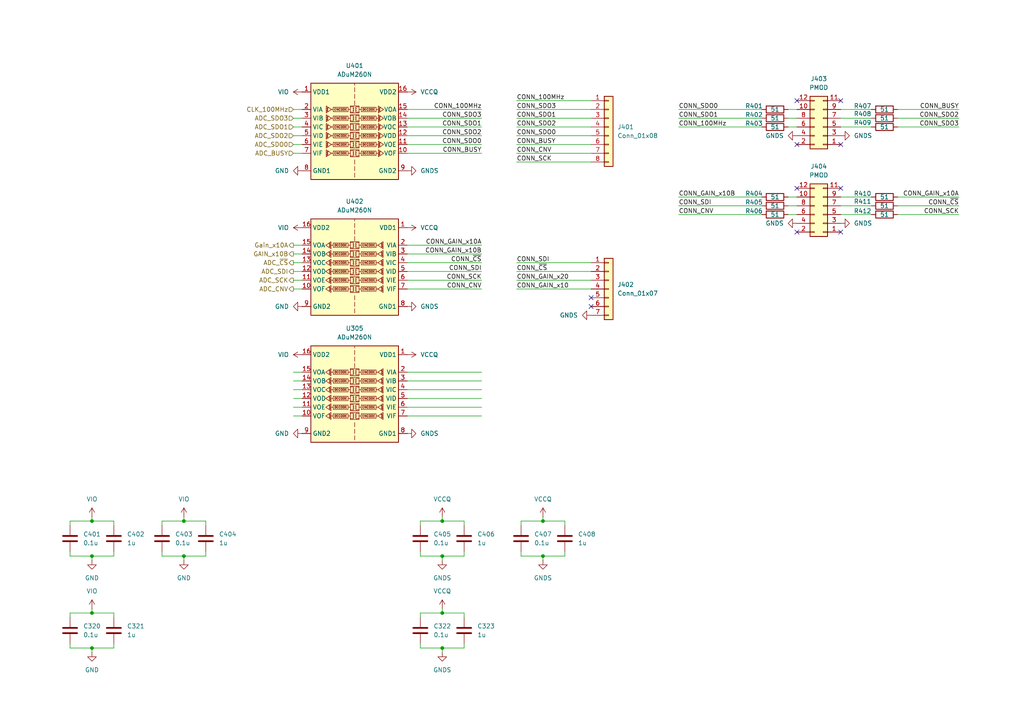
<source format=kicad_sch>
(kicad_sch (version 20231120) (generator "eeschema") (generator_version "8.0")
  (paper "A4")
  (lib_symbols
    (symbol "AD4030:VIO" (power) (pin_numbers hide) (pin_names (offset 0) hide)
      (property "Value" "VIO" (at 0 3.556 0))
      (symbol "VIO_0_1"
        (polyline (pts (xy -0.762 1.27) (xy 0 2.54)))
        (polyline (pts (xy 0 0) (xy 0 2.54)))
        (polyline (pts (xy 0 2.54) (xy 0.762 1.27)))
      )
      (symbol "VIO_1_1"
        (pin power_in line (at 0 0 90) (length 0) (name "~") (number "1"))
      )
    )
    (symbol "Connector_Generic:Conn_01x07" (pin_names (offset 1.016) hide)
      (property "Reference" "J" (at 0 10.16 0))
      (property "Value" "Conn_01x07" (at 0 -10.16 0))
      (symbol "Conn_01x07_1_1"
        (rectangle (start -1.27 -7.493) (end 0 -7.747) (stroke (width 0.1524)))
        (rectangle (start -1.27 -4.953) (end 0 -5.207) (stroke (width 0.1524)))
        (rectangle (start -1.27 -2.413) (end 0 -2.667) (stroke (width 0.1524)))
        (rectangle (start -1.27 0.127) (end 0 -0.127) (stroke (width 0.1524)))
        (rectangle (start -1.27 2.667) (end 0 2.413) (stroke (width 0.1524)))
        (rectangle (start -1.27 5.207) (end 0 4.953) (stroke (width 0.1524)))
        (rectangle (start -1.27 7.747) (end 0 7.493) (stroke (width 0.1524)))
        (rectangle (start -1.27 8.89) (end 1.27 -8.89) (stroke (width 0.254)) (fill (type background)))
        (pin passive line (at -5.08 7.62 0) (length 3.81) (name "Pin_1") (number "1"))
        (pin passive line (at -5.08 5.08 0) (length 3.81) (name "Pin_2") (number "2"))
        (pin passive line (at -5.08 2.54 0) (length 3.81) (name "Pin_3") (number "3"))
        (pin passive line (at -5.08 0 0) (length 3.81) (name "Pin_4") (number "4"))
        (pin passive line (at -5.08 -2.54 0) (length 3.81) (name "Pin_5") (number "5"))
        (pin passive line (at -5.08 -5.08 0) (length 3.81) (name "Pin_6") (number "6"))
        (pin passive line (at -5.08 -7.62 0) (length 3.81) (name "Pin_7") (number "7"))
      )
    )
    (symbol "Connector_Generic:Conn_01x08" (pin_names (offset 1.016) hide)
      (property "Reference" "J" (at 0 10.16 0))
      (property "Value" "Conn_01x08" (at 0 -12.7 0))
      (symbol "Conn_01x08_1_1"
        (rectangle (start -1.27 -10.033) (end 0 -10.287) (stroke (width 0.1524)))
        (rectangle (start -1.27 -7.493) (end 0 -7.747) (stroke (width 0.1524)))
        (rectangle (start -1.27 -4.953) (end 0 -5.207) (stroke (width 0.1524)))
        (rectangle (start -1.27 -2.413) (end 0 -2.667) (stroke (width 0.1524)))
        (rectangle (start -1.27 0.127) (end 0 -0.127) (stroke (width 0.1524)))
        (rectangle (start -1.27 2.667) (end 0 2.413) (stroke (width 0.1524)))
        (rectangle (start -1.27 5.207) (end 0 4.953) (stroke (width 0.1524)))
        (rectangle (start -1.27 7.747) (end 0 7.493) (stroke (width 0.1524)))
        (rectangle (start -1.27 8.89) (end 1.27 -11.43) (stroke (width 0.254)) (fill (type background)))
        (pin passive line (at -5.08 7.62 0) (length 3.81) (name "Pin_1") (number "1"))
        (pin passive line (at -5.08 5.08 0) (length 3.81) (name "Pin_2") (number "2"))
        (pin passive line (at -5.08 2.54 0) (length 3.81) (name "Pin_3") (number "3"))
        (pin passive line (at -5.08 0 0) (length 3.81) (name "Pin_4") (number "4"))
        (pin passive line (at -5.08 -2.54 0) (length 3.81) (name "Pin_5") (number "5"))
        (pin passive line (at -5.08 -5.08 0) (length 3.81) (name "Pin_6") (number "6"))
        (pin passive line (at -5.08 -7.62 0) (length 3.81) (name "Pin_7") (number "7"))
        (pin passive line (at -5.08 -10.16 0) (length 3.81) (name "Pin_8") (number "8"))
      )
    )
    (symbol "Connector_Generic:Conn_02x06_Odd_Even" (pin_names (offset 1.016) hide)
      (property "Reference" "J" (at 1.27 7.62 0))
      (property "Value" "Conn_02x06_Odd_Even" (at 1.27 -10.16 0))
      (symbol "Conn_02x06_Odd_Even_1_1"
        (rectangle (start -1.27 -7.493) (end 0 -7.747) (stroke (width 0.1524)))
        (rectangle (start -1.27 -4.953) (end 0 -5.207) (stroke (width 0.1524)))
        (rectangle (start -1.27 -2.413) (end 0 -2.667) (stroke (width 0.1524)))
        (rectangle (start -1.27 0.127) (end 0 -0.127) (stroke (width 0.1524)))
        (rectangle (start -1.27 2.667) (end 0 2.413) (stroke (width 0.1524)))
        (rectangle (start -1.27 5.207) (end 0 4.953) (stroke (width 0.1524)))
        (rectangle (start -1.27 6.35) (end 3.81 -8.89) (stroke (width 0.254)) (fill (type background)))
        (rectangle (start 3.81 -7.493) (end 2.54 -7.747) (stroke (width 0.1524)))
        (rectangle (start 3.81 -4.953) (end 2.54 -5.207) (stroke (width 0.1524)))
        (rectangle (start 3.81 -2.413) (end 2.54 -2.667) (stroke (width 0.1524)))
        (rectangle (start 3.81 0.127) (end 2.54 -0.127) (stroke (width 0.1524)))
        (rectangle (start 3.81 2.667) (end 2.54 2.413) (stroke (width 0.1524)))
        (rectangle (start 3.81 5.207) (end 2.54 4.953) (stroke (width 0.1524)))
        (pin passive line (at -5.08 5.08 0) (length 3.81) (name "Pin_1") (number "1"))
        (pin passive line (at 7.62 -5.08 180) (length 3.81) (name "Pin_10") (number "10"))
        (pin passive line (at -5.08 -7.62 0) (length 3.81) (name "Pin_11") (number "11"))
        (pin passive line (at 7.62 -7.62 180) (length 3.81) (name "Pin_12") (number "12"))
        (pin passive line (at 7.62 5.08 180) (length 3.81) (name "Pin_2") (number "2"))
        (pin passive line (at -5.08 2.54 0) (length 3.81) (name "Pin_3") (number "3"))
        (pin passive line (at 7.62 2.54 180) (length 3.81) (name "Pin_4") (number "4"))
        (pin passive line (at -5.08 0 0) (length 3.81) (name "Pin_5") (number "5"))
        (pin passive line (at 7.62 0 180) (length 3.81) (name "Pin_6") (number "6"))
        (pin passive line (at -5.08 -2.54 0) (length 3.81) (name "Pin_7") (number "7"))
        (pin passive line (at 7.62 -2.54 180) (length 3.81) (name "Pin_8") (number "8"))
        (pin passive line (at -5.08 -5.08 0) (length 3.81) (name "Pin_9") (number "9"))
      )
    )
    (symbol "Device:C" (pin_numbers hide) (pin_names (offset 0.254))
      (property "Reference" "C" (at 0.635 2.54 0))
      (property "Value" "C" (at 0.635 -2.54 0))
      (symbol "C_0_1"
        (polyline (pts (xy -2.032 -0.762) (xy 2.032 -0.762)) (stroke (width 0.508)))
        (polyline (pts (xy -2.032 0.762) (xy 2.032 0.762)) (stroke (width 0.508)))
      )
      (symbol "C_1_1"
        (pin passive line (at 0 3.81 270) (length 2.794) (name "~") (number "1"))
        (pin passive line (at 0 -3.81 90) (length 2.794) (name "~") (number "2"))
      )
    )
    (symbol "Device:R" (pin_numbers hide) (pin_names (offset 0))
      (property "Reference" "R" (at 2.032 0 90))
      (property "Value" "R" (at 0 0 90))
      (symbol "R_0_1"
        (rectangle (start -1.016 -2.54) (end 1.016 2.54) (stroke (width 0.254)))
      )
      (symbol "R_1_1"
        (pin passive line (at 0 3.81 270) (length 1.27) (name "~") (number "1"))
        (pin passive line (at 0 -3.81 90) (length 1.27) (name "~") (number "2"))
      )
    )
    (symbol "Isolator:ADuM260N"
      (property "Reference" "U" (at -11.43 16.51 0))
      (property "Value" "ADuM260N" (at 7.62 16.51 0))
      (symbol "ADuM260N_0_1"
        (polyline (pts (xy -8.001 8.128) (xy -7.62 8.128)))
        (polyline (pts (xy -8.0518 7.112) (xy -7.7978 7.112) (xy -7.7978 8.128)))
        (polyline (pts (xy -8.001 8.128) (xy -8.001 7.112) (xy -8.128 7.112)))
        (polyline (pts (xy -6.731 7.62) (xy -8.255 8.636) (xy -8.255 6.604) (xy -6.731 7.62)))
      )
      (symbol "ADuM260N_1_0"
        (rectangle (start -1.27 -4.064) (end 1.27 -6.096))
        (rectangle (start -1.27 -1.524) (end 1.27 -3.556))
        (rectangle (start -1.27 1.016) (end 1.27 -1.016))
        (rectangle (start -1.27 3.556) (end 1.27 1.524))
        (rectangle (start -1.27 6.096) (end 1.27 4.064))
        (rectangle (start -1.27 8.636) (end 1.27 6.604))
        (arc (start -0.508 -5.842) (mid -0.2551 -5.588) (end -0.508 -5.334))
        (arc (start -0.508 -5.334) (mid -0.2551 -5.08) (end -0.508 -4.826))
        (arc (start -0.508 -4.826) (mid -0.2551 -4.572) (end -0.508 -4.318))
        (arc (start -0.508 -3.302) (mid -0.2551 -3.048) (end -0.508 -2.794))
        (arc (start -0.508 -2.794) (mid -0.2551 -2.54) (end -0.508 -2.286))
        (arc (start -0.508 -2.286) (mid -0.2551 -2.032) (end -0.508 -1.778))
        (arc (start -0.508 -0.762) (mid -0.2551 -0.508) (end -0.508 -0.254))
        (arc (start -0.508 -0.254) (mid -0.2551 0) (end -0.508 0.254))
        (arc (start -0.508 0.254) (mid -0.2551 0.508) (end -0.508 0.762))
        (arc (start -0.508 1.778) (mid -0.2551 2.032) (end -0.508 2.286))
        (arc (start -0.508 2.286) (mid -0.2551 2.54) (end -0.508 2.794))
        (arc (start -0.508 2.794) (mid -0.2551 3.048) (end -0.508 3.302))
        (arc (start -0.508 4.318) (mid -0.2551 4.572) (end -0.508 4.826))
        (arc (start -0.508 4.826) (mid -0.2551 5.08) (end -0.508 5.334))
        (arc (start -0.508 5.334) (mid -0.2551 5.588) (end -0.508 5.842))
        (arc (start -0.508 6.858) (mid -0.2551 7.112) (end -0.508 7.366))
        (arc (start -0.508 7.366) (mid -0.2551 7.62) (end -0.508 7.874))
        (arc (start -0.508 7.874) (mid -0.2551 8.128) (end -0.508 8.382))
        (polyline (pts (xy -6.223 -5.08) (xy -6.858 -5.08)))
        (polyline (pts (xy -6.223 -2.54) (xy -6.858 -2.54)))
        (polyline (pts (xy -6.223 0) (xy -6.858 0)))
        (polyline (pts (xy -6.223 2.54) (xy -6.858 2.54)))
        (polyline (pts (xy -6.223 5.08) (xy -6.858 5.08)))
        (polyline (pts (xy -6.223 7.62) (xy -6.858 7.62)))
        (polyline (pts (xy -1.905 -5.08) (xy -1.27 -5.08)))
        (polyline (pts (xy -1.905 -2.54) (xy -1.27 -2.54)))
        (polyline (pts (xy -1.905 0) (xy -1.27 0)))
        (polyline (pts (xy -1.905 2.54) (xy -1.27 2.54)))
        (polyline (pts (xy -1.905 5.08) (xy -1.27 5.08)))
        (polyline (pts (xy -1.905 7.62) (xy -1.27 7.62)))
        (polyline (pts (xy -1.27 -5.842) (xy -0.508 -5.842)))
        (polyline (pts (xy -1.27 -4.318) (xy -0.508 -4.318)))
        (polyline (pts (xy -1.27 -3.302) (xy -0.508 -3.302)))
        (polyline (pts (xy -1.27 -1.778) (xy -0.508 -1.778)))
        (polyline (pts (xy -1.27 -0.762) (xy -0.508 -0.762)))
        (polyline (pts (xy -1.27 0.762) (xy -0.508 0.762)))
        (polyline (pts (xy -1.27 1.778) (xy -0.508 1.778)))
        (polyline (pts (xy -1.27 3.302) (xy -0.508 3.302)))
        (polyline (pts (xy -1.27 4.318) (xy -0.508 4.318)))
        (polyline (pts (xy -1.27 5.842) (xy -0.508 5.842)))
        (polyline (pts (xy -1.27 6.858) (xy -0.508 6.858)))
        (polyline (pts (xy -1.27 8.382) (xy -0.508 8.382)))
        (polyline (pts (xy 0 -10.795) (xy 0 -12.065)))
        (polyline (pts (xy 0 -8.89) (xy 0 -10.16)))
        (polyline (pts (xy 0 -6.985) (xy 0 -8.255)))
        (polyline (pts (xy 0 8.89) (xy 0 10.16)))
        (polyline (pts (xy 0 12.065) (xy 0 10.795)))
        (polyline (pts (xy 0 13.97) (xy 0 12.7)))
        (polyline (pts (xy 0 14.605) (xy 0 15.24)))
        (polyline (pts (xy 1.27 -5.842) (xy 0.508 -5.842)))
        (polyline (pts (xy 1.27 -4.318) (xy 0.508 -4.318)))
        (polyline (pts (xy 1.27 -3.302) (xy 0.508 -3.302)))
        (polyline (pts (xy 1.27 -1.778) (xy 0.508 -1.778)))
        (polyline (pts (xy 1.27 -0.762) (xy 0.508 -0.762)))
        (polyline (pts (xy 1.27 0.762) (xy 0.508 0.762)))
        (polyline (pts (xy 1.27 1.778) (xy 0.508 1.778)))
        (polyline (pts (xy 1.27 3.302) (xy 0.508 3.302)))
        (polyline (pts (xy 1.27 4.318) (xy 0.508 4.318)))
        (polyline (pts (xy 1.27 5.842) (xy 0.508 5.842)))
        (polyline (pts (xy 1.27 6.858) (xy 0.508 6.858)))
        (polyline (pts (xy 1.27 8.382) (xy 0.508 8.382)))
        (polyline (pts (xy 1.905 -5.08) (xy 1.27 -5.08)))
        (polyline (pts (xy 1.905 -2.54) (xy 1.27 -2.54)))
        (polyline (pts (xy 1.905 0) (xy 1.27 0)))
        (polyline (pts (xy 1.905 2.54) (xy 1.27 2.54)))
        (polyline (pts (xy 1.905 5.08) (xy 1.27 5.08)))
        (polyline (pts (xy 1.905 7.62) (xy 1.27 7.62)))
        (polyline (pts (xy 6.223 -5.08) (xy 6.858 -5.08)))
        (polyline (pts (xy 6.223 -2.54) (xy 6.858 -2.54)))
        (polyline (pts (xy 6.223 0) (xy 6.858 0)))
        (polyline (pts (xy 6.223 2.54) (xy 6.858 2.54)))
        (polyline (pts (xy 6.223 5.08) (xy 6.858 5.08)))
        (polyline (pts (xy 6.223 7.62) (xy 6.858 7.62)))
        (arc (start 0.508 -5.334) (mid 0.2551 -5.588) (end 0.508 -5.842))
        (arc (start 0.508 -4.826) (mid 0.2551 -5.08) (end 0.508 -5.334))
        (arc (start 0.508 -4.318) (mid 0.2551 -4.572) (end 0.508 -4.826))
        (arc (start 0.508 -2.794) (mid 0.2551 -3.048) (end 0.508 -3.302))
        (arc (start 0.508 -2.286) (mid 0.2551 -2.54) (end 0.508 -2.794))
        (arc (start 0.508 -1.778) (mid 0.2551 -2.032) (end 0.508 -2.286))
        (arc (start 0.508 -0.254) (mid 0.2551 -0.508) (end 0.508 -0.762))
        (arc (start 0.508 0.254) (mid 0.2551 0) (end 0.508 -0.254))
        (arc (start 0.508 0.762) (mid 0.2551 0.508) (end 0.508 0.254))
        (arc (start 0.508 2.286) (mid 0.2551 2.032) (end 0.508 1.778))
        (arc (start 0.508 2.794) (mid 0.2551 2.54) (end 0.508 2.286))
        (arc (start 0.508 3.302) (mid 0.2551 3.048) (end 0.508 2.794))
        (arc (start 0.508 4.826) (mid 0.2551 4.572) (end 0.508 4.318))
        (arc (start 0.508 5.334) (mid 0.2551 5.08) (end 0.508 4.826))
        (arc (start 0.508 5.842) (mid 0.2551 5.588) (end 0.508 5.334))
        (arc (start 0.508 7.366) (mid 0.2551 7.112) (end 0.508 6.858))
        (arc (start 0.508 7.874) (mid 0.2551 7.62) (end 0.508 7.366))
        (arc (start 0.508 8.382) (mid 0.2551 8.128) (end 0.508 7.874))
        (rectangle (start 1.905 -4.445) (end 6.223 -5.715))
        (rectangle (start 1.905 -1.905) (end 6.223 -3.175))
        (rectangle (start 1.905 0.635) (end 6.223 -0.635))
        (rectangle (start 1.905 3.175) (end 6.223 1.905))
        (rectangle (start 1.905 5.715) (end 6.223 4.445))
        (rectangle (start 1.905 8.255) (end 6.223 6.985))
        (text "DECODE" (at 4.064 -5.08 0) (effects (font (size 0.635 0.635))))
        (text "DECODE" (at 4.064 -2.54 0) (effects (font (size 0.635 0.635))))
        (text "DECODE" (at 4.064 0 0) (effects (font (size 0.635 0.635))))
        (text "DECODE" (at 4.064 2.54 0) (effects (font (size 0.635 0.635))))
        (text "DECODE" (at 4.064 5.08 0) (effects (font (size 0.635 0.635))))
        (text "DECODE" (at 4.064 7.62 0) (effects (font (size 0.635 0.635))))
        (text "ENCODE" (at -4.064 -5.08 0) (effects (font (size 0.635 0.635))))
        (text "ENCODE" (at -4.064 -2.54 0) (effects (font (size 0.635 0.635))))
        (text "ENCODE" (at -4.064 0 0) (effects (font (size 0.635 0.635))))
        (text "ENCODE" (at -4.064 2.54 0) (effects (font (size 0.635 0.635))))
        (text "ENCODE" (at -4.064 5.08 0) (effects (font (size 0.635 0.635))))
        (text "ENCODE" (at -4.064 7.62 0) (effects (font (size 0.635 0.635))))
      )
      (symbol "ADuM260N_1_1"
        (rectangle (start -12.7 15.24) (end 12.7 -12.7) (stroke (width 0.254)) (fill (type background)))
        (rectangle (start -1.905 -4.445) (end -6.223 -5.715))
        (rectangle (start -1.905 -1.905) (end -6.223 -3.175))
        (rectangle (start -1.905 0.635) (end -6.223 -0.635))
        (rectangle (start -1.905 3.175) (end -6.223 1.905))
        (rectangle (start -1.905 5.715) (end -6.223 4.445))
        (rectangle (start -1.905 8.255) (end -6.223 6.985))
        (polyline (pts (xy -8.001 -4.572) (xy -7.62 -4.572)))
        (polyline (pts (xy -8.001 -2.032) (xy -7.62 -2.032)))
        (polyline (pts (xy -8.001 0.508) (xy -7.62 0.508)))
        (polyline (pts (xy -8.001 3.048) (xy -7.62 3.048)))
        (polyline (pts (xy -8.001 5.588) (xy -7.62 5.588)))
        (polyline (pts (xy 7.112 -4.572) (xy 7.493 -4.572)))
        (polyline (pts (xy 7.112 -2.032) (xy 7.493 -2.032)))
        (polyline (pts (xy 7.112 0.508) (xy 7.493 0.508)))
        (polyline (pts (xy 7.112 3.048) (xy 7.493 3.048)))
        (polyline (pts (xy 7.112 5.588) (xy 7.493 5.588)))
        (polyline (pts (xy 7.112 8.128) (xy 7.493 8.128)))
        (polyline (pts (xy -8.0518 -5.588) (xy -7.7978 -5.588) (xy -7.7978 -4.572)))
        (polyline (pts (xy -8.0518 -3.048) (xy -7.7978 -3.048) (xy -7.7978 -2.032)))
        (polyline (pts (xy -8.0518 -0.508) (xy -7.7978 -0.508) (xy -7.7978 0.508)))
        (polyline (pts (xy -8.0518 2.032) (xy -7.7978 2.032) (xy -7.7978 3.048)))
        (polyline (pts (xy -8.0518 4.572) (xy -7.7978 4.572) (xy -7.7978 5.588)))
        (polyline (pts (xy -8.001 -4.572) (xy -8.001 -5.588) (xy -8.128 -5.588)))
        (polyline (pts (xy -8.001 -2.032) (xy -8.001 -3.048) (xy -8.128 -3.048)))
        (polyline (pts (xy -8.001 0.508) (xy -8.001 -0.508) (xy -8.128 -0.508)))
        (polyline (pts (xy -8.001 3.048) (xy -8.001 2.032) (xy -8.128 2.032)))
        (polyline (pts (xy -8.001 5.588) (xy -8.001 4.572) (xy -8.128 4.572)))
        (polyline (pts (xy 7.0612 -5.588) (xy 7.3152 -5.588) (xy 7.3152 -4.572)))
        (polyline (pts (xy 7.0612 -3.048) (xy 7.3152 -3.048) (xy 7.3152 -2.032)))
        (polyline (pts (xy 7.0612 -0.508) (xy 7.3152 -0.508) (xy 7.3152 0.508)))
        (polyline (pts (xy 7.0612 2.032) (xy 7.3152 2.032) (xy 7.3152 3.048)))
        (polyline (pts (xy 7.0612 4.572) (xy 7.3152 4.572) (xy 7.3152 5.588)))
        (polyline (pts (xy 7.0612 7.112) (xy 7.3152 7.112) (xy 7.3152 8.128)))
        (polyline (pts (xy 7.112 -4.572) (xy 7.112 -5.588) (xy 6.985 -5.588)))
        (polyline (pts (xy 7.112 -2.032) (xy 7.112 -3.048) (xy 6.985 -3.048)))
        (polyline (pts (xy 7.112 0.508) (xy 7.112 -0.508) (xy 6.985 -0.508)))
        (polyline (pts (xy 7.112 3.048) (xy 7.112 2.032) (xy 6.985 2.032)))
        (polyline (pts (xy 7.112 5.588) (xy 7.112 4.572) (xy 6.985 4.572)))
        (polyline (pts (xy 7.112 8.128) (xy 7.112 7.112) (xy 6.985 7.112)))
        (polyline (pts (xy -6.731 -5.08) (xy -8.255 -4.064) (xy -8.255 -6.096) (xy -6.731 -5.08)))
        (polyline (pts (xy -6.731 -2.54) (xy -8.255 -1.524) (xy -8.255 -3.556) (xy -6.731 -2.54)))
        (polyline (pts (xy -6.731 0) (xy -8.255 1.016) (xy -8.255 -1.016) (xy -6.731 0)))
        (polyline (pts (xy -6.731 2.54) (xy -8.255 3.556) (xy -8.255 1.524) (xy -6.731 2.54)))
        (polyline (pts (xy -6.731 5.08) (xy -8.255 6.096) (xy -8.255 4.064) (xy -6.731 5.08)))
        (polyline (pts (xy 8.382 -5.08) (xy 6.858 -4.064) (xy 6.858 -6.096) (xy 8.382 -5.08)))
        (polyline (pts (xy 8.382 -2.54) (xy 6.858 -1.524) (xy 6.858 -3.556) (xy 8.382 -2.54)))
        (polyline (pts (xy 8.382 0) (xy 6.858 1.016) (xy 6.858 -1.016) (xy 8.382 0)))
        (polyline (pts (xy 8.382 2.54) (xy 6.858 3.556) (xy 6.858 1.524) (xy 8.382 2.54)))
        (polyline (pts (xy 8.382 5.08) (xy 6.858 6.096) (xy 6.858 4.064) (xy 8.382 5.08)))
        (polyline (pts (xy 8.382 7.62) (xy 6.858 8.636) (xy 6.858 6.604) (xy 8.382 7.62)))
        (pin power_in line (at -15.24 12.7 0) (length 2.54) (name "VDD1") (number "1"))
        (pin output line (at 15.24 -5.08 180) (length 2.54) (name "VOF") (number "10"))
        (pin output line (at 15.24 -2.54 180) (length 2.54) (name "VOE") (number "11"))
        (pin output line (at 15.24 0 180) (length 2.54) (name "VOD") (number "12"))
        (pin output line (at 15.24 2.54 180) (length 2.54) (name "VOC") (number "13"))
        (pin output line (at 15.24 5.08 180) (length 2.54) (name "VOB") (number "14"))
        (pin output line (at 15.24 7.62 180) (length 2.54) (name "VOA") (number "15"))
        (pin power_in line (at 15.24 12.7 180) (length 2.54) (name "VDD2") (number "16"))
        (pin input line (at -15.24 7.62 0) (length 2.54) (name "VIA") (number "2"))
        (pin input line (at -15.24 5.08 0) (length 2.54) (name "VIB") (number "3"))
        (pin input line (at -15.24 2.54 0) (length 2.54) (name "VIC") (number "4"))
        (pin input line (at -15.24 0 0) (length 2.54) (name "VID") (number "5"))
        (pin input line (at -15.24 -2.54 0) (length 2.54) (name "VIE") (number "6"))
        (pin input line (at -15.24 -5.08 0) (length 2.54) (name "VIF") (number "7"))
        (pin power_in line (at -15.24 -10.16 0) (length 2.54) (name "GND1") (number "8"))
        (pin power_in line (at 15.24 -10.16 180) (length 2.54) (name "GND2") (number "9"))
      )
    )
    (symbol "power:GND" (power) (pin_numbers hide) (pin_names (offset 0) hide)
      (property "Value" "GND" (at 0 -3.81 0))
      (symbol "GND_0_1"
        (polyline (pts (xy 0 0) (xy 0 -1.27) (xy 1.27 -1.27) (xy 0 -2.54) (xy -1.27 -1.27) (xy 0 -1.27)))
      )
      (symbol "GND_1_1"
        (pin power_in line (at 0 0 270) (length 0) (name "~") (number "1"))
      )
    )
    (symbol "power:GNDS" (power) (pin_numbers hide) (pin_names (offset 0) hide)
      (property "Value" "GNDS" (at 0 -3.81 0))
      (symbol "GNDS_0_1"
        (polyline (pts (xy 0 0) (xy 0 -1.27) (xy 1.27 -1.27) (xy 0 -2.54) (xy -1.27 -1.27) (xy 0 -1.27)))
      )
      (symbol "GNDS_1_1"
        (pin power_in line (at 0 0 270) (length 0) (name "~") (number "1"))
      )
    )
    (symbol "power:VCCQ" (power) (pin_numbers hide) (pin_names (offset 0) hide)
      (property "Value" "VCCQ" (at 0 3.556 0))
      (symbol "VCCQ_0_1"
        (polyline (pts (xy -0.762 1.27) (xy 0 2.54)))
        (polyline (pts (xy 0 0) (xy 0 2.54)))
        (polyline (pts (xy 0 2.54) (xy 0.762 1.27)))
      )
      (symbol "VCCQ_1_1"
        (pin power_in line (at 0 0 90) (length 0) (name "~") (number "1"))
      )
    )
  )
  (junction (at 53.34 161.29))
  (junction (at 157.48 161.29))
  (junction (at 128.27 187.96))
  (junction (at 26.67 177.8))
  (junction (at 157.48 151.13))
  (junction (at 26.67 187.96))
  (junction (at 128.27 151.13))
  (junction (at 128.27 161.29))
  (junction (at 53.34 151.13))
  (junction (at 26.67 161.29))
  (junction (at 26.67 151.13))
  (junction (at 128.27 177.8))
  (no_connect (at 243.84 54.61))
  (no_connect (at 231.14 29.21))
  (no_connect (at 243.84 29.21))
  (no_connect (at 243.84 67.31))
  (no_connect (at 231.14 67.31))
  (no_connect (at 231.14 54.61))
  (no_connect (at 171.45 88.9))
  (no_connect (at 231.14 41.91))
  (no_connect (at 171.45 86.36))
  (no_connect (at 243.84 41.91))
  (wire (pts (xy 85.09 115.57) (xy 87.63 115.57)))
  (wire (pts (xy 33.02 187.96) (xy 26.67 187.96)))
  (wire (pts (xy 260.35 31.75) (xy 278.13 31.75)))
  (wire (pts (xy 26.67 187.96) (xy 26.67 189.23)))
  (wire (pts (xy 121.92 186.69) (xy 121.92 187.96)))
  (wire (pts (xy 134.62 161.29) (xy 128.27 161.29)))
  (wire (pts (xy 260.35 57.15) (xy 278.13 57.15)))
  (wire (pts (xy 163.83 161.29) (xy 157.48 161.29)))
  (wire (pts (xy 149.86 44.45) (xy 171.45 44.45)))
  (wire (pts (xy 157.48 161.29) (xy 157.48 162.56)))
  (wire (pts (xy 163.83 160.02) (xy 163.83 161.29)))
  (wire (pts (xy 118.11 118.11) (xy 139.7 118.11)))
  (wire (pts (xy 149.86 41.91) (xy 171.45 41.91)))
  (wire (pts (xy 118.11 39.37) (xy 139.7 39.37)))
  (wire (pts (xy 26.67 176.53) (xy 26.67 177.8)))
  (wire (pts (xy 85.09 44.45) (xy 87.63 44.45)))
  (wire (pts (xy 53.34 151.13) (xy 59.69 151.13)))
  (wire (pts (xy 149.86 34.29) (xy 171.45 34.29)))
  (wire (pts (xy 149.86 31.75) (xy 171.45 31.75)))
  (wire (pts (xy 46.99 151.13) (xy 53.34 151.13)))
  (wire (pts (xy 20.32 152.4) (xy 20.32 151.13)))
  (wire (pts (xy 85.09 73.66) (xy 87.63 73.66)))
  (wire (pts (xy 134.62 187.96) (xy 128.27 187.96)))
  (wire (pts (xy 20.32 177.8) (xy 26.67 177.8)))
  (wire (pts (xy 243.84 34.29) (xy 252.73 34.29)))
  (wire (pts (xy 151.13 151.13) (xy 157.48 151.13)))
  (wire (pts (xy 228.6 36.83) (xy 231.14 36.83)))
  (wire (pts (xy 128.27 187.96) (xy 121.92 187.96)))
  (wire (pts (xy 157.48 151.13) (xy 163.83 151.13)))
  (wire (pts (xy 134.62 177.8) (xy 134.62 179.07)))
  (wire (pts (xy 85.09 78.74) (xy 87.63 78.74)))
  (wire (pts (xy 118.11 44.45) (xy 139.7 44.45)))
  (wire (pts (xy 260.35 34.29) (xy 278.13 34.29)))
  (wire (pts (xy 59.69 161.29) (xy 53.34 161.29)))
  (wire (pts (xy 243.84 36.83) (xy 252.73 36.83)))
  (wire (pts (xy 118.11 81.28) (xy 139.7 81.28)))
  (wire (pts (xy 228.6 62.23) (xy 231.14 62.23)))
  (wire (pts (xy 118.11 120.65) (xy 139.7 120.65)))
  (wire (pts (xy 196.85 62.23) (xy 220.98 62.23)))
  (wire (pts (xy 196.85 31.75) (xy 220.98 31.75)))
  (wire (pts (xy 118.11 34.29) (xy 139.7 34.29)))
  (wire (pts (xy 20.32 179.07) (xy 20.32 177.8)))
  (wire (pts (xy 157.48 149.86) (xy 157.48 151.13)))
  (wire (pts (xy 118.11 78.74) (xy 139.7 78.74)))
  (wire (pts (xy 163.83 151.13) (xy 163.83 152.4)))
  (wire (pts (xy 243.84 59.69) (xy 252.73 59.69)))
  (wire (pts (xy 26.67 177.8) (xy 33.02 177.8)))
  (wire (pts (xy 260.35 59.69) (xy 278.13 59.69)))
  (wire (pts (xy 85.09 39.37) (xy 87.63 39.37)))
  (wire (pts (xy 118.11 107.95) (xy 139.7 107.95)))
  (wire (pts (xy 20.32 151.13) (xy 26.67 151.13)))
  (wire (pts (xy 53.34 161.29) (xy 53.34 162.56)))
  (wire (pts (xy 85.09 83.82) (xy 87.63 83.82)))
  (wire (pts (xy 118.11 31.75) (xy 139.7 31.75)))
  (wire (pts (xy 118.11 113.03) (xy 139.7 113.03)))
  (wire (pts (xy 53.34 161.29) (xy 46.99 161.29)))
  (wire (pts (xy 53.34 149.86) (xy 53.34 151.13)))
  (wire (pts (xy 121.92 151.13) (xy 128.27 151.13)))
  (wire (pts (xy 149.86 29.21) (xy 171.45 29.21)))
  (wire (pts (xy 26.67 149.86) (xy 26.67 151.13)))
  (wire (pts (xy 118.11 115.57) (xy 139.7 115.57)))
  (wire (pts (xy 228.6 57.15) (xy 231.14 57.15)))
  (wire (pts (xy 149.86 76.2) (xy 171.45 76.2)))
  (wire (pts (xy 196.85 34.29) (xy 220.98 34.29)))
  (wire (pts (xy 85.09 71.12) (xy 87.63 71.12)))
  (wire (pts (xy 85.09 113.03) (xy 87.63 113.03)))
  (wire (pts (xy 26.67 151.13) (xy 33.02 151.13)))
  (wire (pts (xy 85.09 31.75) (xy 87.63 31.75)))
  (wire (pts (xy 128.27 161.29) (xy 121.92 161.29)))
  (wire (pts (xy 33.02 160.02) (xy 33.02 161.29)))
  (wire (pts (xy 149.86 81.28) (xy 171.45 81.28)))
  (wire (pts (xy 118.11 36.83) (xy 139.7 36.83)))
  (wire (pts (xy 118.11 83.82) (xy 139.7 83.82)))
  (wire (pts (xy 196.85 57.15) (xy 220.98 57.15)))
  (wire (pts (xy 128.27 187.96) (xy 128.27 189.23)))
  (wire (pts (xy 118.11 73.66) (xy 139.7 73.66)))
  (wire (pts (xy 85.09 41.91) (xy 87.63 41.91)))
  (wire (pts (xy 121.92 152.4) (xy 121.92 151.13)))
  (wire (pts (xy 260.35 62.23) (xy 278.13 62.23)))
  (wire (pts (xy 128.27 149.86) (xy 128.27 151.13)))
  (wire (pts (xy 128.27 176.53) (xy 128.27 177.8)))
  (wire (pts (xy 33.02 177.8) (xy 33.02 179.07)))
  (wire (pts (xy 121.92 160.02) (xy 121.92 161.29)))
  (wire (pts (xy 121.92 179.07) (xy 121.92 177.8)))
  (wire (pts (xy 228.6 59.69) (xy 231.14 59.69)))
  (wire (pts (xy 243.84 31.75) (xy 252.73 31.75)))
  (wire (pts (xy 149.86 39.37) (xy 171.45 39.37)))
  (wire (pts (xy 149.86 78.74) (xy 171.45 78.74)))
  (wire (pts (xy 157.48 161.29) (xy 151.13 161.29)))
  (wire (pts (xy 228.6 31.75) (xy 231.14 31.75)))
  (wire (pts (xy 243.84 57.15) (xy 252.73 57.15)))
  (wire (pts (xy 85.09 76.2) (xy 87.63 76.2)))
  (wire (pts (xy 33.02 151.13) (xy 33.02 152.4)))
  (wire (pts (xy 151.13 152.4) (xy 151.13 151.13)))
  (wire (pts (xy 20.32 160.02) (xy 20.32 161.29)))
  (wire (pts (xy 26.67 161.29) (xy 26.67 162.56)))
  (wire (pts (xy 118.11 76.2) (xy 139.7 76.2)))
  (wire (pts (xy 85.09 110.49) (xy 87.63 110.49)))
  (wire (pts (xy 20.32 186.69) (xy 20.32 187.96)))
  (wire (pts (xy 151.13 160.02) (xy 151.13 161.29)))
  (wire (pts (xy 128.27 177.8) (xy 134.62 177.8)))
  (wire (pts (xy 128.27 151.13) (xy 134.62 151.13)))
  (wire (pts (xy 118.11 110.49) (xy 139.7 110.49)))
  (wire (pts (xy 196.85 36.83) (xy 220.98 36.83)))
  (wire (pts (xy 46.99 160.02) (xy 46.99 161.29)))
  (wire (pts (xy 85.09 120.65) (xy 87.63 120.65)))
  (wire (pts (xy 149.86 83.82) (xy 171.45 83.82)))
  (wire (pts (xy 33.02 186.69) (xy 33.02 187.96)))
  (wire (pts (xy 46.99 152.4) (xy 46.99 151.13)))
  (wire (pts (xy 85.09 118.11) (xy 87.63 118.11)))
  (wire (pts (xy 149.86 36.83) (xy 171.45 36.83)))
  (wire (pts (xy 118.11 71.12) (xy 139.7 71.12)))
  (wire (pts (xy 260.35 36.83) (xy 278.13 36.83)))
  (wire (pts (xy 134.62 160.02) (xy 134.62 161.29)))
  (wire (pts (xy 59.69 160.02) (xy 59.69 161.29)))
  (wire (pts (xy 85.09 107.95) (xy 87.63 107.95)))
  (wire (pts (xy 85.09 34.29) (xy 87.63 34.29)))
  (wire (pts (xy 121.92 177.8) (xy 128.27 177.8)))
  (wire (pts (xy 85.09 36.83) (xy 87.63 36.83)))
  (wire (pts (xy 26.67 161.29) (xy 20.32 161.29)))
  (wire (pts (xy 118.11 41.91) (xy 139.7 41.91)))
  (wire (pts (xy 228.6 34.29) (xy 231.14 34.29)))
  (wire (pts (xy 196.85 59.69) (xy 220.98 59.69)))
  (wire (pts (xy 85.09 81.28) (xy 87.63 81.28)))
  (wire (pts (xy 128.27 161.29) (xy 128.27 162.56)))
  (wire (pts (xy 59.69 151.13) (xy 59.69 152.4)))
  (wire (pts (xy 134.62 186.69) (xy 134.62 187.96)))
  (wire (pts (xy 149.86 46.99) (xy 171.45 46.99)))
  (wire (pts (xy 33.02 161.29) (xy 26.67 161.29)))
  (wire (pts (xy 134.62 151.13) (xy 134.62 152.4)))
  (wire (pts (xy 243.84 62.23) (xy 252.73 62.23)))
  (wire (pts (xy 26.67 187.96) (xy 20.32 187.96)))
  (label "CONN_GAIN_x10" (at 149.86 83.82 0))
  (label "CONN_SDO1" (at 196.85 34.29 0))
  (label "CONN_GAIN_x20" (at 149.86 81.28 0))
  (label "CONN_BUSY" (at 278.13 31.75 180))
  (label "CONN_~{CS}" (at 149.86 78.74 0))
  (label "CONN_SDO0" (at 196.85 31.75 0))
  (label "CONN_CNV" (at 196.85 62.23 0))
  (label "CONN_GAIN_x10B" (at 139.7 73.66 180))
  (label "CONN_SDO1" (at 139.7 36.83 180))
  (label "CONN_GAIN_x10A" (at 139.7 71.12 180))
  (label "CONN_SCK" (at 149.86 46.99 0))
  (label "CONN_SDO3" (at 149.86 31.75 0))
  (label "CONN_SDO2" (at 149.86 36.83 0))
  (label "CONN_SDO3" (at 139.7 34.29 180))
  (label "CONN_SDO0" (at 149.86 39.37 0))
  (label "CONN_SDI" (at 196.85 59.69 0))
  (label "CONN_SDO1" (at 149.86 34.29 0))
  (label "CONN_100MHz" (at 196.85 36.83 0))
  (label "CONN_SDO2" (at 278.13 34.29 180))
  (label "CONN_SDO3" (at 278.13 36.83 180))
  (label "CONN_CNV" (at 149.86 44.45 0))
  (label "CONN_100MHz" (at 149.86 29.21 0))
  (label "CONN_SDO0" (at 139.7 41.91 180))
  (label "CONN_CNV" (at 139.7 83.82 180))
  (label "CONN_SDI" (at 139.7 78.74 180))
  (label "CONN_SCK" (at 278.13 62.23 180))
  (label "CONN_~{CS}" (at 278.13 59.69 180))
  (label "CONN_SDI" (at 149.86 76.2 0))
  (label "CONN_SCK" (at 139.7 81.28 180))
  (label "CONN_SDO2" (at 139.7 39.37 180))
  (label "CONN_BUSY" (at 139.7 44.45 180))
  (label "CONN_GAIN_x10A" (at 278.13 57.15 180))
  (label "CONN_BUSY" (at 149.86 41.91 0))
  (label "CONN_100MHz" (at 139.7 31.75 180))
  (label "CONN_GAIN_x10B" (at 196.85 57.15 0))
  (label "CONN_~{CS}" (at 139.7 76.2 180))
  (hierarchical_label "GAIN_x10B" (shape output) (at 85.09 73.66 180))
  (hierarchical_label "CLK_100MHz" (shape input) (at 85.09 31.75 180))
  (hierarchical_label "ADC_SDO0" (shape input) (at 85.09 41.91 180))
  (hierarchical_label "ADC_SCK" (shape output) (at 85.09 81.28 180))
  (hierarchical_label "Gain_x10A" (shape output) (at 85.09 71.12 180))
  (hierarchical_label "ADC_SDO3" (shape input) (at 85.09 34.29 180))
  (hierarchical_label "ADC_SDO1" (shape input) (at 85.09 36.83 180))
  (hierarchical_label "ADC_SDO2" (shape input) (at 85.09 39.37 180))
  (hierarchical_label "ADC_~{CS}" (shape output) (at 85.09 76.2 180))
  (hierarchical_label "ADC_CNV" (shape output) (at 85.09 83.82 180))
  (hierarchical_label "ADC_SDI" (shape output) (at 85.09 78.74 180))
  (hierarchical_label "ADC_BUSY" (shape input) (at 85.09 44.45 180))
  (symbol (lib_id "power:VCCQ") (at 118.11 66.04 270) (unit 1)
    (property "Reference" "#PWR0411" (effects (hide yes)))
    (property "Value" "VCCQ" (at 121.92 66.0399 90) (effects (justify left)))
    (property "Description" "Power symbol creates a global label with name \"VCCQ\"" (effects (hide yes)))
  )
  (symbol (lib_id "Device:C") (at 20.32 156.21 0) (unit 1)
    (property "Reference" "C401" (at 24.13 154.9399 0) (effects (justify left)))
    (property "Value" "0.1u" (at 24.13 157.4799 0) (effects (justify left)))
    (property "Footprint" "Capacitor_SMD:C_0603_1608Metric_Pad1.08x0.95mm_HandSolder" (effects (hide yes)))
    (property "Description" "Unpolarized capacitor" (effects (hide yes)))
  )
  (symbol (lib_id "Device:R") (at 256.54 36.83 90) (unit 1)
    (property "Reference" "R409" (at 250.19 35.56 90))
    (property "Value" "51" (at 256.54 36.83 90))
    (property "Footprint" "Resistor_SMD:R_0402_1005Metric_Pad0.72x0.64mm_HandSolder" (effects (hide yes)))
    (property "Description" "Resistor" (effects (hide yes)))
  )
  (symbol (lib_id "power:GND") (at 87.63 88.9 270) (unit 1)
    (property "Reference" "#PWR0408" (effects (hide yes)))
    (property "Value" "GND" (at 83.82 88.8999 90) (effects (justify right)))
    (property "Description" "Power symbol creates a global label with name \"GND\" , ground" (effects (hide yes)))
  )
  (symbol (lib_id "power:GND") (at 26.67 162.56 0) (unit 1)
    (property "Reference" "#PWR0402" (effects (hide yes)))
    (property "Value" "GND" (at 26.67 167.64 0))
    (property "Description" "Power symbol creates a global label with name \"GND\" , ground" (effects (hide yes)))
  )
  (symbol (lib_id "AD4030:VIO") (at 26.67 176.53 0) (unit 1)
    (property "Reference" "#PWR0341" (effects (hide yes)))
    (property "Value" "VIO" (at 26.67 171.45 0))
    (property "Description" "Power symbol creates a global label with name \"VIO\"" (effects (hide yes)))
  )
  (symbol (lib_id "Connector_Generic:Conn_01x07") (at 176.53 83.82 0) (unit 1)
    (property "Reference" "J402" (at 179.07 82.5499 0) (effects (justify left)))
    (property "Value" "Conn_01x07" (at 179.07 85.0899 0) (effects (justify left)))
    (property "Footprint" "Connector_PinHeader_2.54mm:PinHeader_1x07_P2.54mm_Vertical_SMD_Pin1Right" (effects (hide yes)))
    (property "Description" "Generic connector, single row, 01x07, script generated (kicad-library-utils/schlib/autogen/connector/)" (effects (hide yes)))
  )
  (symbol (lib_id "Device:R") (at 224.79 59.69 90) (unit 1)
    (property "Reference" "R405" (at 218.694 58.674 90))
    (property "Value" "51" (at 224.79 59.69 90))
    (property "Footprint" "Resistor_SMD:R_0402_1005Metric_Pad0.72x0.64mm_HandSolder" (effects (hide yes)))
    (property "Description" "Resistor" (effects (hide yes)))
  )
  (symbol (lib_id "AD4030:VIO") (at 87.63 66.04 90) (unit 1)
    (property "Reference" "#PWR0407" (effects (hide yes)))
    (property "Value" "VIO" (at 83.82 66.0399 90) (effects (justify left)))
    (property "Description" "Power symbol creates a global label with name \"VIO\"" (effects (hide yes)))
  )
  (symbol (lib_id "Device:C") (at 46.99 156.21 0) (unit 1)
    (property "Reference" "C403" (at 50.8 154.9399 0) (effects (justify left)))
    (property "Value" "0.1u" (at 50.8 157.4799 0) (effects (justify left)))
    (property "Footprint" "Capacitor_SMD:C_0603_1608Metric_Pad1.08x0.95mm_HandSolder" (effects (hide yes)))
    (property "Description" "Unpolarized capacitor" (effects (hide yes)))
  )
  (symbol (lib_id "Device:R") (at 224.79 62.23 90) (unit 1)
    (property "Reference" "R406" (at 218.694 61.214 90))
    (property "Value" "51" (at 224.79 62.23 90))
    (property "Footprint" "Resistor_SMD:R_0402_1005Metric_Pad0.72x0.64mm_HandSolder" (effects (hide yes)))
    (property "Description" "Resistor" (effects (hide yes)))
  )
  (symbol (lib_id "Device:C") (at 163.83 156.21 0) (unit 1)
    (property "Reference" "C408" (at 167.64 154.9399 0) (effects (justify left)))
    (property "Value" "1u" (at 167.64 157.4799 0) (effects (justify left)))
    (property "Footprint" "Capacitor_SMD:C_0603_1608Metric_Pad1.08x0.95mm_HandSolder" (effects (hide yes)))
    (property "Description" "Unpolarized capacitor" (effects (hide yes)))
  )
  (symbol (lib_id "power:GNDS") (at 128.27 189.23 0) (unit 1)
    (property "Reference" "#PWR0344" (effects (hide yes)))
    (property "Value" "GNDS" (at 128.27 194.31 0))
    (property "Description" "Power symbol creates a global label with name \"GNDS\" , signal ground" (effects (hide yes)))
  )
  (symbol (lib_id "Device:C") (at 20.32 182.88 0) (unit 1)
    (property "Reference" "C320" (at 24.13 181.6099 0) (effects (justify left)))
    (property "Value" "0.1u" (at 24.13 184.1499 0) (effects (justify left)))
    (property "Footprint" "Capacitor_SMD:C_0603_1608Metric_Pad1.08x0.95mm_HandSolder" (effects (hide yes)))
    (property "Description" "Unpolarized capacitor" (effects (hide yes)))
  )
  (symbol (lib_id "power:VCCQ") (at 157.48 149.86 0) (unit 1)
    (property "Reference" "#PWR0416" (effects (hide yes)))
    (property "Value" "VCCQ" (at 157.48 144.78 0))
    (property "Description" "Power symbol creates a global label with name \"VCCQ\"" (effects (hide yes)))
  )
  (symbol (lib_id "Device:C") (at 121.92 156.21 0) (unit 1)
    (property "Reference" "C405" (at 125.73 154.9399 0) (effects (justify left)))
    (property "Value" "0.1u" (at 125.73 157.4799 0) (effects (justify left)))
    (property "Footprint" "Capacitor_SMD:C_0603_1608Metric_Pad1.08x0.95mm_HandSolder" (effects (hide yes)))
    (property "Description" "Unpolarized capacitor" (effects (hide yes)))
  )
  (symbol (lib_id "Device:C") (at 121.92 182.88 0) (unit 1)
    (property "Reference" "C322" (at 125.73 181.6099 0) (effects (justify left)))
    (property "Value" "0.1u" (at 125.73 184.1499 0) (effects (justify left)))
    (property "Footprint" "Capacitor_SMD:C_0603_1608Metric_Pad1.08x0.95mm_HandSolder" (effects (hide yes)))
    (property "Description" "Unpolarized capacitor" (effects (hide yes)))
  )
  (symbol (lib_id "power:VCCQ") (at 128.27 176.53 0) (unit 1)
    (property "Reference" "#PWR0343" (effects (hide yes)))
    (property "Value" "VCCQ" (at 128.27 171.45 0))
    (property "Description" "Power symbol creates a global label with name \"VCCQ\"" (effects (hide yes)))
  )
  (symbol (lib_id "Device:C") (at 134.62 182.88 0) (unit 1)
    (property "Reference" "C323" (at 138.43 181.6099 0) (effects (justify left)))
    (property "Value" "1u" (at 138.43 184.1499 0) (effects (justify left)))
    (property "Footprint" "Capacitor_SMD:C_0603_1608Metric_Pad1.08x0.95mm_HandSolder" (effects (hide yes)))
    (property "Description" "Unpolarized capacitor" (effects (hide yes)))
  )
  (symbol (lib_id "Device:R") (at 256.54 57.15 90) (unit 1)
    (property "Reference" "R410" (at 250.19 56.134 90))
    (property "Value" "51" (at 256.54 57.15 90))
    (property "Footprint" "Resistor_SMD:R_0402_1005Metric_Pad0.72x0.64mm_HandSolder" (effects (hide yes)))
    (property "Description" "Resistor" (effects (hide yes)))
  )
  (symbol (lib_id "power:GNDS") (at 171.45 91.44 270) (unit 1)
    (property "Reference" "#PWR0415" (effects (hide yes)))
    (property "Value" "GNDS" (at 167.64 91.4399 90) (effects (justify right)))
    (property "Description" "Power symbol creates a global label with name \"GNDS\" , signal ground" (effects (hide yes)))
  )
  (symbol (lib_id "power:GND") (at 53.34 162.56 0) (unit 1)
    (property "Reference" "#PWR0404" (effects (hide yes)))
    (property "Value" "GND" (at 53.34 167.64 0))
    (property "Description" "Power symbol creates a global label with name \"GND\" , ground" (effects (hide yes)))
  )
  (symbol (lib_id "Device:C") (at 59.69 156.21 0) (unit 1)
    (property "Reference" "C404" (at 63.5 154.9399 0) (effects (justify left)))
    (property "Value" "1u" (at 63.5 157.4799 0) (effects (justify left)))
    (property "Footprint" "Capacitor_SMD:C_0603_1608Metric_Pad1.08x0.95mm_HandSolder" (effects (hide yes)))
    (property "Description" "Unpolarized capacitor" (effects (hide yes)))
  )
  (symbol (lib_id "power:GNDS") (at 118.11 125.73 90) (unit 1)
    (property "Reference" "#PWR0339" (effects (hide yes)))
    (property "Value" "GNDS" (at 121.92 125.7299 90) (effects (justify right)))
    (property "Description" "Power symbol creates a global label with name \"GNDS\" , signal ground" (effects (hide yes)))
  )
  (symbol (lib_id "power:GNDS") (at 118.11 88.9 90) (unit 1)
    (property "Reference" "#PWR0412" (effects (hide yes)))
    (property "Value" "GNDS" (at 121.92 88.8999 90) (effects (justify right)))
    (property "Description" "Power symbol creates a global label with name \"GNDS\" , signal ground" (effects (hide yes)))
  )
  (symbol (lib_id "Device:C") (at 134.62 156.21 0) (unit 1)
    (property "Reference" "C406" (at 138.43 154.9399 0) (effects (justify left)))
    (property "Value" "1u" (at 138.43 157.4799 0) (effects (justify left)))
    (property "Footprint" "Capacitor_SMD:C_0603_1608Metric_Pad1.08x0.95mm_HandSolder" (effects (hide yes)))
    (property "Description" "Unpolarized capacitor" (effects (hide yes)))
  )
  (symbol (lib_id "Device:C") (at 33.02 156.21 0) (unit 1)
    (property "Reference" "C402" (at 36.83 154.9399 0) (effects (justify left)))
    (property "Value" "1u" (at 36.83 157.4799 0) (effects (justify left)))
    (property "Footprint" "Capacitor_SMD:C_0603_1608Metric_Pad1.08x0.95mm_HandSolder" (effects (hide yes)))
    (property "Description" "Unpolarized capacitor" (effects (hide yes)))
  )
  (symbol (lib_id "Device:R") (at 224.79 57.15 90) (unit 1)
    (property "Reference" "R404" (at 218.694 56.134 90))
    (property "Value" "51" (at 224.79 57.15 90))
    (property "Footprint" "Resistor_SMD:R_0402_1005Metric_Pad0.72x0.64mm_HandSolder" (effects (hide yes)))
    (property "Description" "Resistor" (effects (hide yes)))
  )
  (symbol (lib_id "power:GND") (at 87.63 49.53 270) (unit 1)
    (property "Reference" "#PWR0406" (effects (hide yes)))
    (property "Value" "GND" (at 83.82 49.5299 90) (effects (justify right)))
    (property "Description" "Power symbol creates a global label with name \"GND\" , ground" (effects (hide yes)))
  )
  (symbol (lib_id "power:VCCQ") (at 118.11 102.87 270) (unit 1)
    (property "Reference" "#PWR0325" (effects (hide yes)))
    (property "Value" "VCCQ" (at 121.92 102.8699 90) (effects (justify left)))
    (property "Description" "Power symbol creates a global label with name \"VCCQ\"" (effects (hide yes)))
  )
  (symbol (lib_id "Connector_Generic:Conn_02x06_Odd_Even") (at 238.76 62.23 180) (unit 1)
    (property "Reference" "J404" (at 237.49 48.26 0))
    (property "Value" "PMOD" (at 237.49 50.8 0))
    (property "Footprint" "Connector_PinHeader_2.54mm:PinHeader_2x06_P2.54mm_Horizontal" (effects (hide yes)))
    (property "Description" "Generic connector, double row, 02x06, odd/even pin numbering scheme (row 1 odd numbers, row 2 even numbers), script generated (kicad-library-utils/schlib/autogen/connector/)" (effects (hide yes)))
  )
  (symbol (lib_id "AD4030:VIO") (at 53.34 149.86 0) (unit 1)
    (property "Reference" "#PWR0403" (effects (hide yes)))
    (property "Value" "VIO" (at 53.34 144.78 0))
    (property "Description" "Power symbol creates a global label with name \"VIO\"" (effects (hide yes)))
  )
  (symbol (lib_id "power:GNDS") (at 231.14 39.37 270) (unit 1)
    (property "Reference" "#PWR0418" (effects (hide yes)))
    (property "Value" "GNDS" (at 227.33 39.3699 90) (effects (justify right)))
    (property "Description" "Power symbol creates a global label with name \"GNDS\" , signal ground" (effects (hide yes)))
  )
  (symbol (lib_id "AD4030:VIO") (at 26.67 149.86 0) (unit 1)
    (property "Reference" "#PWR0401" (effects (hide yes)))
    (property "Value" "VIO" (at 26.67 144.78 0))
    (property "Description" "Power symbol creates a global label with name \"VIO\"" (effects (hide yes)))
  )
  (symbol (lib_id "Device:R") (at 256.54 59.69 90) (unit 1)
    (property "Reference" "R411" (at 250.19 58.42 90))
    (property "Value" "51" (at 256.54 59.69 90))
    (property "Footprint" "Resistor_SMD:R_0402_1005Metric_Pad0.72x0.64mm_HandSolder" (effects (hide yes)))
    (property "Description" "Resistor" (effects (hide yes)))
  )
  (symbol (lib_id "power:GNDS") (at 243.84 39.37 90) (unit 1)
    (property "Reference" "#PWR0420" (effects (hide yes)))
    (property "Value" "GNDS" (at 247.65 39.3699 90) (effects (justify right)))
    (property "Description" "Power symbol creates a global label with name \"GNDS\" , signal ground" (effects (hide yes)))
  )
  (symbol (lib_id "Connector_Generic:Conn_02x06_Odd_Even") (at 238.76 36.83 180) (unit 1)
    (property "Reference" "J403" (at 237.49 22.86 0))
    (property "Value" "PMOD" (at 237.49 25.4 0))
    (property "Footprint" "Connector_PinHeader_2.54mm:PinHeader_2x06_P2.54mm_Horizontal" (effects (hide yes)))
    (property "Description" "Generic connector, double row, 02x06, odd/even pin numbering scheme (row 1 odd numbers, row 2 even numbers), script generated (kicad-library-utils/schlib/autogen/connector/)" (effects (hide yes)))
  )
  (symbol (lib_id "power:GNDS") (at 243.84 64.77 90) (unit 1)
    (property "Reference" "#PWR0421" (effects (hide yes)))
    (property "Value" "GNDS" (at 247.65 64.7699 90) (effects (justify right)))
    (property "Description" "Power symbol creates a global label with name \"GNDS\" , signal ground" (effects (hide yes)))
  )
  (symbol (lib_id "Device:R") (at 224.79 31.75 90) (unit 1)
    (property "Reference" "R401" (at 218.694 30.734 90))
    (property "Value" "51" (at 224.79 31.75 90))
    (property "Footprint" "Resistor_SMD:R_0402_1005Metric_Pad0.72x0.64mm_HandSolder" (effects (hide yes)))
    (property "Description" "Resistor" (effects (hide yes)))
  )
  (symbol (lib_id "AD4030:VIO") (at 87.63 102.87 90) (unit 1)
    (property "Reference" "#PWR0302" (effects (hide yes)))
    (property "Value" "VIO" (at 83.82 102.8699 90) (effects (justify left)))
    (property "Description" "Power symbol creates a global label with name \"VIO\"" (effects (hide yes)))
  )
  (symbol (lib_id "Isolator:ADuM260N") (at 102.87 39.37 0) (unit 1)
    (property "Reference" "U401" (at 102.87 19.05 0))
    (property "Value" "ADuM260N" (at 102.87 21.59 0))
    (property "Footprint" "Package_SO:SOIC-16W_7.5x12.8mm_P1.27mm" (effects (hide yes)))
    (property "Datasheet" "http://www.analog.com/media/en/technical-documentation/data-sheets/ADuM260N-261N-262N-263N.pdf" (effects (hide yes)))
    (property "Description" "5.0 kV RMS, 6-Channel Digital Isolator, 0 reverse channels, SOIC-16" (effects (hide yes)))
  )
  (symbol (lib_id "power:GND") (at 26.67 189.23 0) (unit 1)
    (property "Reference" "#PWR0342" (effects (hide yes)))
    (property "Value" "GND" (at 26.67 194.31 0))
    (property "Description" "Power symbol creates a global label with name \"GND\" , ground" (effects (hide yes)))
  )
  (symbol (lib_id "Device:R") (at 224.79 36.83 90) (unit 1)
    (property "Reference" "R403" (at 218.694 35.814 90))
    (property "Value" "51" (at 224.79 36.83 90))
    (property "Footprint" "Resistor_SMD:R_0402_1005Metric_Pad0.72x0.64mm_HandSolder" (effects (hide yes)))
    (property "Description" "Resistor" (effects (hide yes)))
  )
  (symbol (lib_id "Device:C") (at 33.02 182.88 0) (unit 1)
    (property "Reference" "C321" (at 36.83 181.6099 0) (effects (justify left)))
    (property "Value" "1u" (at 36.83 184.1499 0) (effects (justify left)))
    (property "Footprint" "Capacitor_SMD:C_0603_1608Metric_Pad1.08x0.95mm_HandSolder" (effects (hide yes)))
    (property "Description" "Unpolarized capacitor" (effects (hide yes)))
  )
  (symbol (lib_id "Isolator:ADuM260N") (at 102.87 78.74 0) (mirror y) (unit 1)
    (property "Reference" "U402" (at 102.87 58.42 0))
    (property "Value" "ADuM260N" (at 102.87 60.96 0))
    (property "Footprint" "Package_SO:SOIC-16W_7.5x12.8mm_P1.27mm" (effects (hide yes)))
    (property "Datasheet" "http://www.analog.com/media/en/technical-documentation/data-sheets/ADuM260N-261N-262N-263N.pdf" (effects (hide yes)))
    (property "Description" "5.0 kV RMS, 6-Channel Digital Isolator, 0 reverse channels, SOIC-16" (effects (hide yes)))
  )
  (symbol (lib_id "power:GND") (at 87.63 125.73 270) (unit 1)
    (property "Reference" "#PWR0316" (effects (hide yes)))
    (property "Value" "GND" (at 83.82 125.7299 90) (effects (justify right)))
    (property "Description" "Power symbol creates a global label with name \"GND\" , ground" (effects (hide yes)))
  )
  (symbol (lib_id "Device:R") (at 256.54 62.23 90) (unit 1)
    (property "Reference" "R412" (at 250.19 61.214 90))
    (property "Value" "51" (at 256.54 62.23 90))
    (property "Footprint" "Resistor_SMD:R_0402_1005Metric_Pad0.72x0.64mm_HandSolder" (effects (hide yes)))
    (property "Description" "Resistor" (effects (hide yes)))
  )
  (symbol (lib_id "power:VCCQ") (at 118.11 26.67 270) (unit 1)
    (property "Reference" "#PWR0409" (effects (hide yes)))
    (property "Value" "VCCQ" (at 121.92 26.6699 90) (effects (justify left)))
    (property "Description" "Power symbol creates a global label with name \"VCCQ\"" (effects (hide yes)))
  )
  (symbol (lib_id "AD4030:VIO") (at 87.63 26.67 90) (unit 1)
    (property "Reference" "#PWR0405" (effects (hide yes)))
    (property "Value" "VIO" (at 83.82 26.6699 90) (effects (justify left)))
    (property "Description" "Power symbol creates a global label with name \"VIO\"" (effects (hide yes)))
  )
  (symbol (lib_id "Device:R") (at 224.79 34.29 90) (unit 1)
    (property "Reference" "R402" (at 218.694 33.274 90))
    (property "Value" "51" (at 224.79 34.29 90))
    (property "Footprint" "Resistor_SMD:R_0402_1005Metric_Pad0.72x0.64mm_HandSolder" (effects (hide yes)))
    (property "Description" "Resistor" (effects (hide yes)))
  )
  (symbol (lib_id "power:GNDS") (at 231.14 64.77 270) (unit 1)
    (property "Reference" "#PWR0419" (effects (hide yes)))
    (property "Value" "GNDS" (at 227.33 64.7699 90) (effects (justify right)))
    (property "Description" "Power symbol creates a global label with name \"GNDS\" , signal ground" (effects (hide yes)))
  )
  (symbol (lib_id "power:GNDS") (at 118.11 49.53 90) (unit 1)
    (property "Reference" "#PWR0410" (effects (hide yes)))
    (property "Value" "GNDS" (at 121.92 49.5299 90) (effects (justify right)))
    (property "Description" "Power symbol creates a global label with name \"GNDS\" , signal ground" (effects (hide yes)))
  )
  (symbol (lib_id "Isolator:ADuM260N") (at 102.87 115.57 0) (mirror y) (unit 1)
    (property "Reference" "U305" (at 102.87 95.25 0))
    (property "Value" "ADuM260N" (at 102.87 97.79 0))
    (property "Footprint" "Package_SO:SOIC-16W_7.5x12.8mm_P1.27mm" (effects (hide yes)))
    (property "Datasheet" "http://www.analog.com/media/en/technical-documentation/data-sheets/ADuM260N-261N-262N-263N.pdf" (effects (hide yes)))
    (property "Description" "5.0 kV RMS, 6-Channel Digital Isolator, 0 reverse channels, SOIC-16" (effects (hide yes)))
  )
  (symbol (lib_id "power:VCCQ") (at 128.27 149.86 0) (unit 1)
    (property "Reference" "#PWR0413" (effects (hide yes)))
    (property "Value" "VCCQ" (at 128.27 144.78 0))
    (property "Description" "Power symbol creates a global label with name \"VCCQ\"" (effects (hide yes)))
  )
  (symbol (lib_id "Connector_Generic:Conn_01x08") (at 176.53 36.83 0) (unit 1)
    (property "Reference" "J401" (at 179.07 36.8299 0) (effects (justify left)))
    (property "Value" "Conn_01x08" (at 179.07 39.3699 0) (effects (justify left)))
    (property "Footprint" "Connector_PinHeader_2.54mm:PinHeader_1x08_P2.54mm_Vertical_SMD_Pin1Right" (effects (hide yes)))
    (property "Description" "Generic connector, single row, 01x08, script generated (kicad-library-utils/schlib/autogen/connector/)" (effects (hide yes)))
  )
  (symbol (lib_id "power:GNDS") (at 157.48 162.56 0) (unit 1)
    (property "Reference" "#PWR0417" (effects (hide yes)))
    (property "Value" "GNDS" (at 157.48 167.64 0))
    (property "Description" "Power symbol creates a global label with name \"GNDS\" , signal ground" (effects (hide yes)))
  )
  (symbol (lib_id "Device:R") (at 256.54 34.29 90) (unit 1)
    (property "Reference" "R408" (at 250.19 33.02 90))
    (property "Value" "51" (at 256.54 34.29 90))
    (property "Footprint" "Resistor_SMD:R_0402_1005Metric_Pad0.72x0.64mm_HandSolder" (effects (hide yes)))
    (property "Description" "Resistor" (effects (hide yes)))
  )
  (symbol (lib_id "Device:R") (at 256.54 31.75 90) (unit 1)
    (property "Reference" "R407" (at 250.19 30.734 90))
    (property "Value" "51" (at 256.54 31.75 90))
    (property "Footprint" "Resistor_SMD:R_0402_1005Metric_Pad0.72x0.64mm_HandSolder" (effects (hide yes)))
    (property "Description" "Resistor" (effects (hide yes)))
  )
  (symbol (lib_id "Device:C") (at 151.13 156.21 0) (unit 1)
    (property "Reference" "C407" (at 154.94 154.9399 0) (effects (justify left)))
    (property "Value" "0.1u" (at 154.94 157.4799 0) (effects (justify left)))
    (property "Footprint" "Capacitor_SMD:C_0603_1608Metric_Pad1.08x0.95mm_HandSolder" (effects (hide yes)))
    (property "Description" "Unpolarized capacitor" (effects (hide yes)))
  )
  (symbol (lib_id "power:GNDS") (at 128.27 162.56 0) (unit 1)
    (property "Reference" "#PWR0414" (effects (hide yes)))
    (property "Value" "GNDS" (at 128.27 167.64 0))
    (property "Description" "Power symbol creates a global label with name \"GNDS\" , signal ground" (effects (hide yes)))
  )
)
</source>
